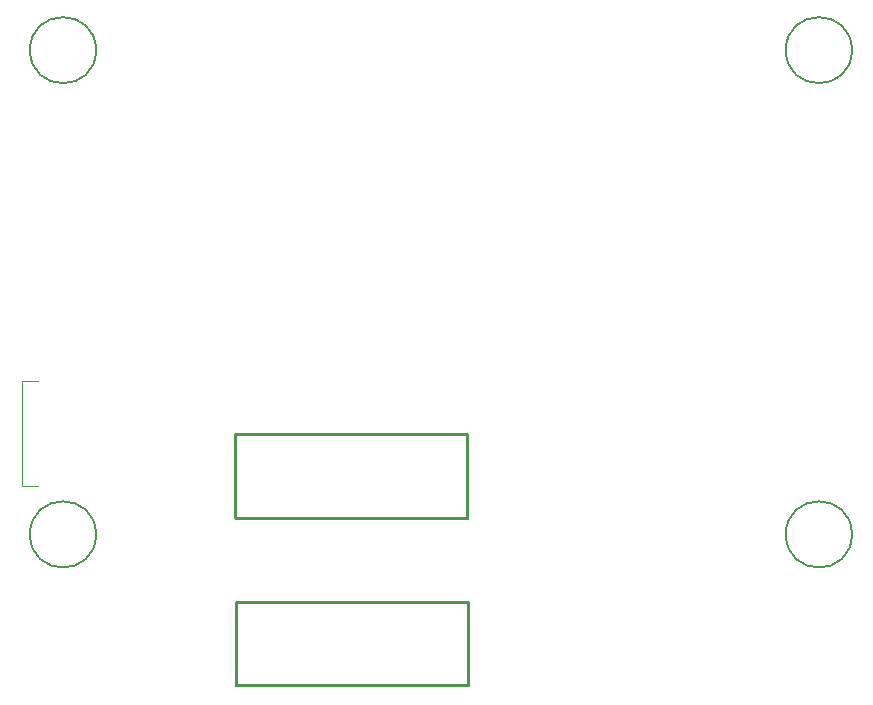
<source format=gbr>
%TF.GenerationSoftware,KiCad,Pcbnew,7.0.9*%
%TF.CreationDate,2024-10-16T13:59:32-06:00*%
%TF.ProjectId,uart_mux_v3,75617274-5f6d-4757-985f-76332e6b6963,rev?*%
%TF.SameCoordinates,Original*%
%TF.FileFunction,Other,Comment*%
%FSLAX46Y46*%
G04 Gerber Fmt 4.6, Leading zero omitted, Abs format (unit mm)*
G04 Created by KiCad (PCBNEW 7.0.9) date 2024-10-16 13:59:32*
%MOMM*%
%LPD*%
G01*
G04 APERTURE LIST*
%ADD10C,0.150000*%
G04 APERTURE END LIST*
D10*
%TO.C,H1*%
X94800000Y-64000000D02*
G75*
G03*
X94800000Y-64000000I-2800000J0D01*
G01*
%TO.C,H2*%
X94800000Y-105000000D02*
G75*
G03*
X94800000Y-105000000I-2800000J0D01*
G01*
%TO.C,PS2*%
G36*
X107150000Y-96695000D02*
G01*
X106700000Y-96695000D01*
X106700000Y-103505000D01*
X126100000Y-103505000D01*
X126110000Y-103495000D01*
X126110000Y-96705000D01*
X126100000Y-96695000D01*
X107160000Y-96695000D01*
X107160000Y-96455000D01*
X126260000Y-96455000D01*
X126340000Y-96535000D01*
X126340000Y-103665000D01*
X126260000Y-103745000D01*
X106550000Y-103745000D01*
X106450000Y-103645000D01*
X106450000Y-96705000D01*
X106530000Y-96455000D01*
X107150000Y-96455000D01*
X107150000Y-96695000D01*
G37*
%TO.C,H4*%
X158800000Y-64000000D02*
G75*
G03*
X158800000Y-64000000I-2800000J0D01*
G01*
%TO.C,J1*%
G36*
X90003000Y-92100000D02*
G01*
X88603000Y-92100000D01*
X88603000Y-100900000D01*
X90003000Y-100900000D01*
X90003000Y-101000000D01*
X88503000Y-101000000D01*
X88503000Y-92000000D01*
X89963000Y-92000000D01*
X90003000Y-92000000D01*
X90003000Y-92100000D01*
G37*
%TO.C,PS3*%
G36*
X107250000Y-110895000D02*
G01*
X106800000Y-110895000D01*
X106800000Y-117705000D01*
X126200000Y-117705000D01*
X126210000Y-117695000D01*
X126210000Y-110905000D01*
X126200000Y-110895000D01*
X107260000Y-110895000D01*
X107260000Y-110655000D01*
X126360000Y-110655000D01*
X126440000Y-110735000D01*
X126440000Y-117865000D01*
X126360000Y-117945000D01*
X106650000Y-117945000D01*
X106550000Y-117845000D01*
X106550000Y-110905000D01*
X106630000Y-110655000D01*
X107250000Y-110655000D01*
X107250000Y-110895000D01*
G37*
%TO.C,H3*%
X158800000Y-105000000D02*
G75*
G03*
X158800000Y-105000000I-2800000J0D01*
G01*
%TD*%
M02*

</source>
